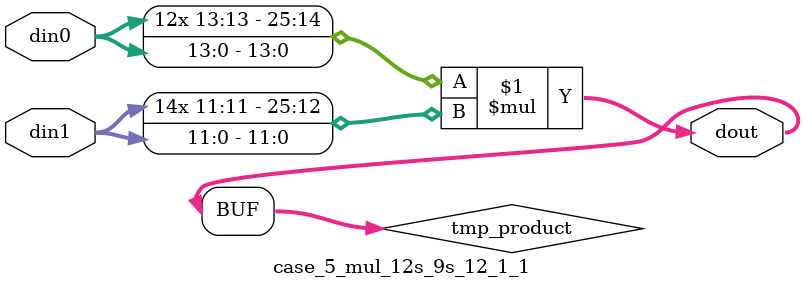
<source format=v>

`timescale 1 ns / 1 ps

 module case_5_mul_12s_9s_12_1_1(din0, din1, dout);
parameter ID = 1;
parameter NUM_STAGE = 0;
parameter din0_WIDTH = 14;
parameter din1_WIDTH = 12;
parameter dout_WIDTH = 26;

input [din0_WIDTH - 1 : 0] din0; 
input [din1_WIDTH - 1 : 0] din1; 
output [dout_WIDTH - 1 : 0] dout;

wire signed [dout_WIDTH - 1 : 0] tmp_product;



























assign tmp_product = $signed(din0) * $signed(din1);








assign dout = tmp_product;





















endmodule

</source>
